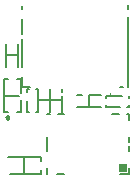
<source format=gto>
G04*
G04 #@! TF.GenerationSoftware,Altium Limited,Altium Designer,21.6.4 (81)*
G04*
G04 Layer_Color=65535*
%FSLAX44Y44*%
%MOMM*%
G71*
G04*
G04 #@! TF.SameCoordinates,0B448374-6EB3-427F-B8DE-565289E3D6A4*
G04*
G04*
G04 #@! TF.FilePolarity,Positive*
G04*
G01*
G75*
%ADD10C,0.2500*%
%ADD11C,0.1000*%
%ADD12C,0.1500*%
%ADD13C,0.2000*%
%ADD14R,0.7620X0.7620*%
G54D10*
X7508Y51500D02*
X9383Y50417D01*
Y52583D01*
X7508Y51500D01*
G54D11*
X96008Y71000D02*
Y72000D01*
Y71000D01*
G54D12*
X27008Y56000D02*
X25008D01*
X55088Y66000D02*
X44928D01*
X27008Y76000D02*
X25008D01*
Y72750D02*
Y76000D01*
Y56000D02*
Y65250D01*
X44928Y56000D02*
Y76000D01*
X35008D02*
X33008D01*
X45088Y56000D02*
Y76000D01*
X35008Y56000D02*
X33008D01*
X35008D02*
Y76000D01*
X34928Y56000D02*
Y76000D01*
X55088Y72642D02*
Y76000D01*
Y56000D02*
Y69358D01*
X105997Y70000D02*
X92008D01*
Y68000D02*
Y70000D01*
X112008Y68000D02*
Y69989D01*
Y60000D02*
Y62000D01*
X92008Y60000D02*
Y62000D01*
X103997Y60000D02*
X92008D01*
X112008D02*
X110019D01*
X7928Y94000D02*
Y114000D01*
X18088Y94000D02*
Y114000D01*
X71920Y70080D02*
X68008D01*
X88008D02*
X78096D01*
X78008Y59920D02*
Y69989D01*
X18088Y104000D02*
X7928D01*
X88008Y59920D02*
X68008D01*
X37008Y18000D02*
X9444D01*
X23008Y4000D02*
Y18000D01*
X37008Y15000D02*
Y18000D01*
Y4000D02*
Y7000D01*
X45088Y66000D02*
X34928D01*
X37008Y4000D02*
X11019D01*
X20008Y84000D02*
X17008D01*
X18877Y70000D02*
X6008D01*
X9008Y84000D02*
X6008D01*
X20008Y56000D02*
X17008D01*
X20008Y72011D02*
Y84000D01*
Y56000D02*
Y65989D01*
X6008Y56000D02*
Y84000D01*
X9008Y56000D02*
X6008D01*
G54D13*
X112008Y4000D02*
X104039D01*
X42008D02*
Y9000D01*
X112008Y31062D02*
Y35000D01*
Y23000D02*
Y26938D01*
Y4000D02*
Y9000D01*
X44654Y54000D02*
X42008D01*
X57008D02*
X51362D01*
X42008Y23000D02*
Y35000D01*
X57008Y4000D02*
X51039D01*
X103654Y54000D02*
X97008D01*
X112008D02*
X110362D01*
X112008Y49000D02*
Y54000D01*
X21008Y143722D02*
Y145653D01*
Y122062D02*
Y134947D01*
Y94388D02*
Y117938D01*
Y77000D02*
Y85612D01*
X28008Y77000D02*
X21008D01*
X111008Y143354D02*
Y146500D01*
Y77031D02*
Y136646D01*
X106946Y77000D02*
X104008D01*
G54D14*
X106894Y9068D02*
D03*
M02*

</source>
